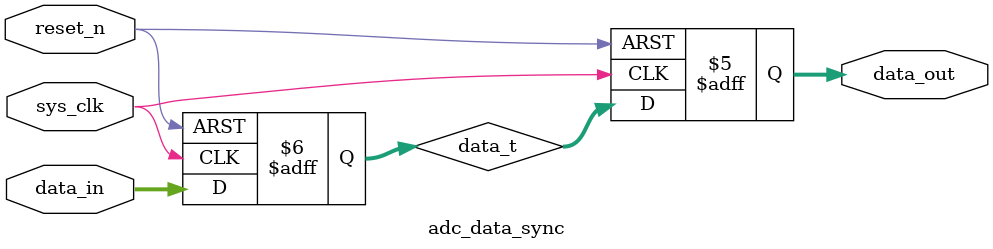
<source format=sv>
module adc_data_sync (
		input						sys_clk, 
		input 					reset_n,
		input			[11:0] 	data_in,
		output reg 	[11:0] 	data_out
);
	
logic [11:0] data_t;

always_ff @(negedge reset_n or posedge sys_clk)
begin
	if(!reset_n) begin
		data_t <= 12'd0;
	end
	else begin
		data_t <= data_in;
	end
end

always_ff @(negedge reset_n or posedge sys_clk)
begin
	if(!reset_n) begin
		data_out <= 12'd0;
	end
	else begin
		data_out <= data_t;
	end
end

endmodule

</source>
